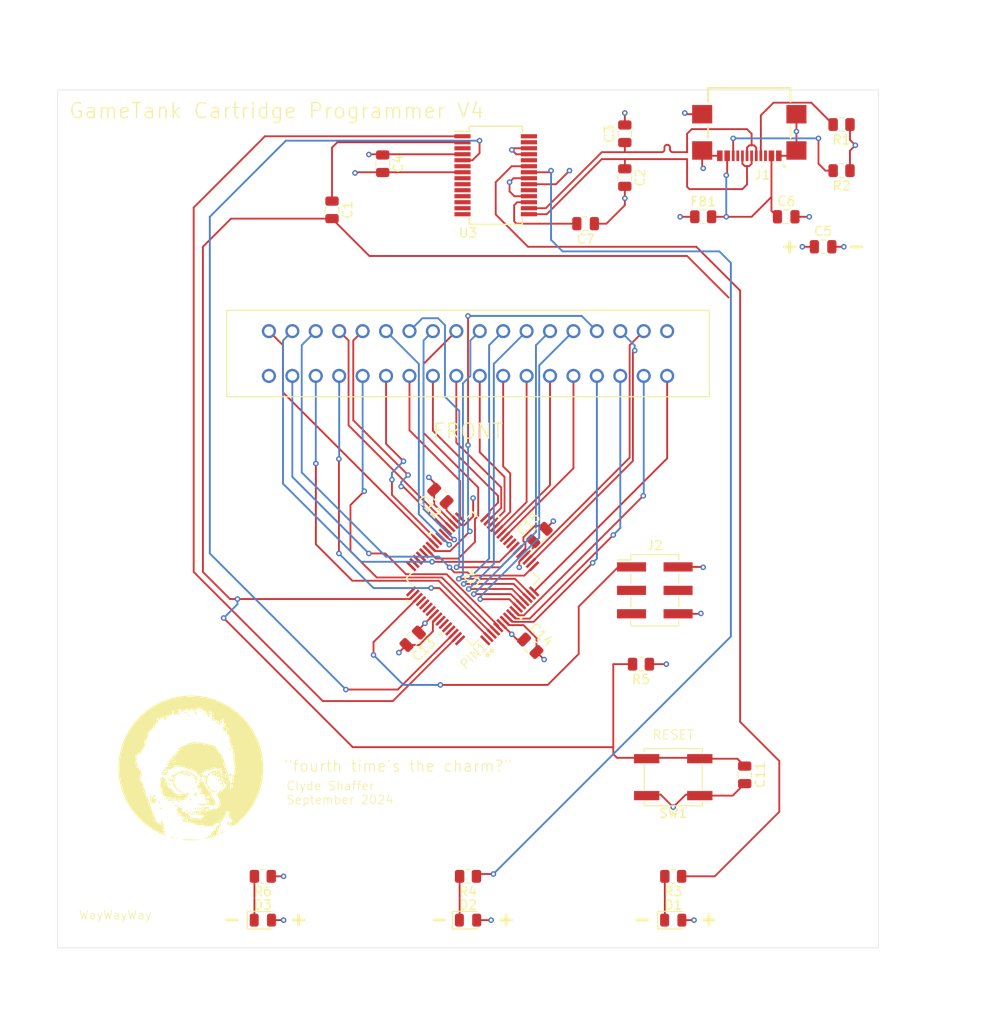
<source format=kicad_pcb>
(kicad_pcb (version 20221018) (generator pcbnew)
  (layers (0 "F.Cu" signal) (1 "In1.Cu" signal) (2 "In2.Cu" signal) (31 "B.Cu" signal) (34 "B.Paste" user) (35 "F.Paste" user) (36 "B.SilkS" user "B.Silkscreen") (37 "F.SilkS" user "F.Silkscreen") (38 "B.Mask" user) (39 "F.Mask" user) (44 "Edge.Cuts" user))
  (net 0 "")
  (net 1 "/~{cartRESET}")
  (net 2 "/READY")
  (net 3 "/A14")
  (net 4 "/D3")
  (net 5 "/D4")
  (net 6 "/D5")
  (net 7 "/D6")
  (net 8 "/D7")
  (net 9 "/~{CS}")
  (net 10 "/A10")
  (net 11 "/~{OE}")
  (net 12 "/A11")
  (net 13 "/A9")
  (net 14 "/A8")
  (net 15 "/~{IRQ}")
  (net 16 "/~{WE}")
  (net 17 "/A13")
  (net 18 "/CLK")
  (net 19 "/D2")
  (net 20 "/D1")
  (net 21 "/D0")
  (net 22 "/A0")
  (net 23 "/A1")
  (net 24 "/A2")
  (net 25 "/A3")
  (net 26 "/A4")
  (net 27 "/A5")
  (net 28 "/A6")
  (net 29 "/A7")
  (net 30 "/A12")
  (net 31 "/SCK")
  (net 32 "/MOSI")
  (net 33 "/MISO")
  (net 34 "/SS")
  (net 35 "/UPDI")
  (net 57 "/DTR")
  (net 58 "/~{mcuRESET}")
  (net 59 "GND")
  (net 60 "VCC")
  (net 61 "Net-(C6-Pad1)")
  (net 62 "Net-(U3-3V3OUT)")
  (net 63 "Net-(D1-K)")
  (net 64 "Net-(D2-K)")
  (net 65 "Net-(D3-K)")
  (net 66 "Net-(J1-CC1)")
  (net 68 "Net-(J1-CC2)")
  (net 70 "/fromHOST")
  (net 71 "/toHOST")
  (net 83 "/usbD+")
  (net 84 "/usbD-")
  (net 85 "/txl")
  (net 86 "/rxl")
  (footprint "LED_SMD:LED_0805_2012Metric" (layer "F.Cu") (at 122.25 150)
    (fp_text reference "D3")
    (fp_text value "PwrLED")
  )
  (footprint "Package_SO:SSOP-28_5.3x10.2mm_P0.65mm" (layer "F.Cu") (at 147.5 69.25)
    (fp_text reference "U3")
    (fp_text value "FT232RL")
  )
  (footprint "Resistor_SMD:R_0805_2012Metric" (layer "F.Cu") (at 170 73.75)
    (fp_text reference "FB1")
    (fp_text value "FerriteBead")
  )
  (footprint "Resistor_SMD:R_0805_2012Metric" (layer "F.Cu") (at 144.5 145.25 180)
    (fp_text reference "R4")
    (fp_text value "270")
  )
  (footprint "Capacitor_SMD:C_0805_2012Metric" (layer "F.Cu") (at 141.5 104 135)
    (fp_text reference "C12")
    (fp_text value "0.1uF")
  )
  (footprint "Resistor_SMD:R_0805_2012Metric" (layer "F.Cu") (at 185 63.75 180)
    (fp_text reference "R1")
    (fp_text value "5k1")
  )
  (footprint "MegaProgrammer:SLOT36" (layer "F.Cu") (at 144.5 91)
    (fp_text reference "U$1" hide)
    (fp_text value "GT_CART3GT_SLOT" hide)
  )
  (footprint "Capacitor_SMD:C_0805_2012Metric" (layer "F.Cu") (at 179 73.75)
    (fp_text reference "C6")
    (fp_text value "10nF")
  )
  (footprint "Capacitor_SMD:C_0805_2012Metric" (layer "F.Cu") (at 152.25 108.25 45)
    (fp_text reference "C15")
    (fp_text value "0.1uF")
  )
  (footprint "Connector_PinHeader_2.54mm:PinHeader_2x03_P2.54mm_Vertical_SMD" (layer "F.Cu") (at 164.75 114.25)
    (fp_text reference "J2")
    (fp_text value "ICSP")
  )
  (footprint "Resistor_SMD:R_0805_2012Metric" (layer "F.Cu") (at 185 68.75 180)
    (fp_text reference "R2")
    (fp_text value "5k1")
  )
  (footprint "Capacitor_SMD:C_0805_2012Metric" (layer "F.Cu") (at 151.25 120.25 -45)
    (fp_text reference "C14")
    (fp_text value "0.1uF")
  )
  (footprint "MegaProgrammer:GCT_USB4110GFA" (layer "F.Cu") (at 175 66.0625 180)
    (fp_text reference "J1")
    (fp_text value "USB_C_Receptacle_USB2.0" hide)
  )
  (footprint "MegaProgrammer:LogoSeal_neg" (layer "F.Cu") (at 114.5 133.5)
    (fp_text reference "G***" hide)
    (fp_text value "LOGO" hide)
  )
  (footprint "Capacitor_SMD:C_0805_2012Metric" (layer "F.Cu") (at 129.75 73 -90)
    (fp_text reference "C1")
    (fp_text value "0.1uF")
  )
  (footprint "MountingHole:MountingHole_3.2mm_M3" (layer "F.Cu") (at 179 106.5)
    (fp_text reference "H1" hide)
    (fp_text value "MountingHole" hide)
  )
  (footprint "Capacitor_SMD:C_0805_2012Metric" (layer "F.Cu") (at 161.5 69.5 -90)
    (fp_text reference "C2")
    (fp_text value "47pF")
  )
  (footprint "Resistor_SMD:R_0805_2012Metric" (layer "F.Cu") (at 166.75 145.25 180)
    (fp_text reference "R3")
    (fp_text value "270")
  )
  (footprint "Capacitor_SMD:C_0805_2012Metric" (layer "F.Cu") (at 135.25 68 -90)
    (fp_text reference "C4")
    (fp_text value "0.1uF")
  )
  (footprint "LED_SMD:LED_0805_2012Metric" (layer "F.Cu") (at 166.75 150)
    (fp_text reference "D1")
    (fp_text value "TxLED")
  )
  (footprint "Capacitor_SMD:C_0805_2012Metric" (layer "F.Cu") (at 161.5 64.75 90)
    (fp_text reference "C3")
    (fp_text value "47pF")
  )
  (footprint "MegaProgrammer:TQFP64_PT_MCH" (layer "F.Cu") (at 145 113 135)
    (fp_text reference "U2")
    (fp_text value "AVR64DA64-I/PT")
  )
  (footprint "LED_SMD:LED_0805_2012Metric" (layer "F.Cu") (at 144.5 150)
    (fp_text reference "D2")
    (fp_text value "RxLED")
  )
  (footprint "Capacitor_SMD:C_0805_2012Metric" (layer "F.Cu") (at 157.25 74.5 180)
    (fp_text reference "C7")
    (fp_text value "0.1uF")
  )
  (footprint "Resistor_SMD:R_0805_2012Metric" (layer "F.Cu") (at 163.25 122.25 180)
    (fp_text reference "R5")
    (fp_text value "10k")
  )
  (footprint "Capacitor_SMD:C_0805_2012Metric" (layer "F.Cu") (at 183 77)
    (fp_text reference "C5")
    (fp_text value "4.7uF")
  )
  (footprint "Resistor_SMD:R_0805_2012Metric" (layer "F.Cu") (at 122.25 145.25 180)
    (fp_text reference "R6")
    (fp_text value "270")
  )
  (footprint "MountingHole:MountingHole_3.2mm_M3" (layer "F.Cu") (at 110 106.5)
    (fp_text reference "H2" hide)
    (fp_text value "MountingHole" hide)
  )
  (footprint "Button_Switch_SMD:SW_SPST_EVPBF" (layer "F.Cu") (at 166.75 134.5 180)
    (fp_text reference "SW1")
    (fp_text value "SW_Push" hide)
  )
  (footprint "Capacitor_SMD:C_0805_2012Metric" (layer "F.Cu") (at 174.5 134.25 -90)
    (fp_text reference "C11")
    (fp_text value "22pF")
  )
  (footprint "Capacitor_SMD:C_0805_2012Metric" (layer "F.Cu") (at 138.5 119.5 -135)
    (fp_text reference "C13")
    (fp_text value "0.1uF")
  )
  (gr_rect (start 100 60) (end 189 153) (stroke (width 0.05)) (fill none) (layer "Edge.Cuts"))
  (gr_text "Clyde Shaffer\nSeptember 2024" (at 124.75 137.5) (layer "F.SilkS") (effects (font (size 0.93472 0.93472) (thickness 0.08128)) (justify left bottom)))
  (gr_text "PIN1" (at 144.25 123 45) (layer "F.SilkS") (effects (font (size 1 1) (thickness 0.1)) (justify left bottom)))
  (gr_text "GameTank Cartridge Programmer V4\n" (at 123.75 62.25) (layer "F.SilkS") (effects (font (size 1.63576 1.63576) (thickness 0.14224))))
  (gr_text "+" (at 171.75 150.75) (layer "F.SilkS") (effects (font (size 1.5 1.5) (thickness 0.3) bold) (justify left bottom mirror)))
  (gr_text "-" (at 142.5 150.75) (layer "F.SilkS") (effects (font (size 1.5 1.5) (thickness 0.3) bold) (justify left bottom mirror)))
  (gr_text "FRONT" (at 144.5 97) (layer "F.SilkS") (effects (font (size 1.63576 1.63576) (thickness 0.14224))))
  (gr_text "+" (at 127.25 150.75) (layer "F.SilkS") (effects (font (size 1.5 1.5) (thickness 0.3) bold) (justify left bottom mirror)))
  (gr_text "{dblquote}fourth time's the charm?{dblquote}" (at 124.5 134) (layer "F.SilkS") (effects (font (size 1.2 1.2) (thickness 0.1)) (justify left bottom)))
  (gr_text "-" (at 185.5 76.25 180) (layer "F.SilkS") (effects (font (size 1.5 1.5) (thickness 0.3) bold) (justify left bottom mirror)))
  (gr_text "+" (at 178.25 76.25 180) (layer "F.SilkS") (effects (font (size 1.5 1.5) (thickness 0.3) bold) (justify left bottom mirror)))
  (gr_text "-" (at 120 150.75) (layer "F.SilkS") (effects (font (size 1.5 1.5) (thickness 0.3) bold) (justify left bottom mirror)))
  (gr_text "-" (at 164.5 150.75) (layer "F.SilkS") (effects (font (size 1.5 1.5) (thickness 0.3) bold) (justify left bottom mirror)))
  (gr_text "RESET" (at 166.75 130.5) (layer "F.SilkS") (effects (font (size 1 1) (thickness 0.1)) (justify bottom)))
  (gr_text "WayWayWay" (at 102.25 150) (layer "F.SilkS") (effects (font (size 0.93472 0.93472) (thickness 0.08128)) (justify left bottom)))
  (gr_text "+" (at 149.75 150.75) (layer "F.SilkS") (effects (font (size 1.5 1.5) (thickness 0.3) bold) (justify left bottom mirror)))
  (segment (start 162.0244 99.864687) (end 162.0244 87.6742) (width 0.2) (layer "F.Cu") (net 1))
  (segment (start 162.0244 87.6742) (end 163.55 86.1486) (width 0.2) (layer "F.Cu") (net 1))
  (segment (start 150.958718 110.930369) (end 162.0244 99.864687) (width 0.2) (layer "F.Cu") (net 1))
  (segment (start 162.3768 100.219395) (end 162.3768 88.4495) (width 0.2) (layer "F.Cu") (net 2))
  (segment (start 162.3768 88.4495) (end 162.5763 88.25) (width 0.2) (layer "F.Cu") (net 2))
  (segment (start 151.312272 111.283923) (end 162.3768 100.219395) (width 0.2) (layer "F.Cu") (net 2))
  (via (at 162.5763 88.25) (size 0.6) (drill 0.3) (layers "F.Cu" "B.Cu") (net 2))
  (segment (start 162.5763 87.7149) (end 161.01 86.1486) (width 0.2) (layer "B.Cu") (net 2))
  (segment (start 162.5763 88.25) (end 162.5763 87.7149) (width 0.2) (layer "B.Cu") (net 2))
  (segment (start 140.929077 109.989738) (end 140.455495 109.516156) (width 0.2) (layer "F.Cu") (net 3))
  (segment (start 142.557667 109.989738) (end 140.929077 109.989738) (width 0.2) (layer "F.Cu") (net 3))
  (segment (start 144.5 88.295421) (end 144.5 98.5) (width 0.2) (layer "F.Cu") (net 3))
  (segment (start 144.5 84.5) (end 144.5 88.295421) (width 0.2) (layer "F.Cu") (net 3))
  (segment (start 144.6981 107.849305) (end 142.557667 109.989738) (width 0.2) (layer "F.Cu") (net 3))
  (via (at 144.5 84.5) (size 0.6) (drill 0.3) (layers "F.Cu" "B.Cu") (net 3))
  (via (at 144.6981 107.849305) (size 0.6) (drill 0.3) (layers "F.Cu" "B.Cu") (net 3))
  (via (at 144.5 98.5) (size 0.6) (drill 0.3) (layers "F.Cu" "B.Cu") (net 3))
  (segment (start 144.5 98.5) (end 144.5 107.651205) (width 0.2) (layer "B.Cu") (net 3))
  (segment (start 156.8214 84.5) (end 144.5 84.5) (width 0.2) (layer "B.Cu") (net 3))
  (segment (start 158.47 86.1486) (end 156.8214 84.5) (width 0.2) (layer "B.Cu") (net 3))
  (segment (start 144.5 107.651205) (end 144.6981 107.849305) (width 0.2) (layer "B.Cu") (net 3))
  (segment (start 148.975367 115.2076) (end 145.817537 115.2076) (width 0.2) (layer "F.Cu") (net 4))
  (segment (start 149.898058 116.130291) (end 148.975367 115.2076) (width 0.2) (layer "F.Cu") (net 4))
  (via (at 145.817537 115.2076) (size 0.6) (drill 0.3) (layers "F.Cu" "B.Cu") (net 4))
  (segment (start 145.817537 114.932463) (end 152.2168 108.5332) (width 0.2) (layer "B.Cu") (net 4))
  (segment (start 145.817537 115.2076) (end 145.817537 114.932463) (width 0.2) (layer "B.Cu") (net 4))
  (segment (start 152.2168 108.5332) (end 152.2168 89.8618) (width 0.2) (layer "B.Cu") (net 4))
  (segment (start 152.2168 89.8618) (end 155.93 86.1486) (width 0.2) (layer "B.Cu") (net 4))
  (segment (start 149.130573 114.6557) (end 145.125885 114.6557) (width 0.2) (layer "F.Cu") (net 5))
  (segment (start 150.251611 115.776738) (end 149.130573 114.6557) (width 0.2) (layer "F.Cu") (net 5))
  (via (at 145.125885 114.6557) (size 0.6) (drill 0.3) (layers "F.Cu" "B.Cu") (net 5))
  (segment (start 145.125885 114.6557) (end 151.8644 107.917185) (width 0.2) (layer "B.Cu") (net 5))
  (segment (start 151.8644 107.917185) (end 151.8644 87.6742) (width 0.2) (layer "B.Cu") (net 5))
  (segment (start 151.8644 87.6742) (end 153.39 86.1486) (width 0.2) (layer "B.Cu") (net 5))
  (segment (start 149.285781 114.1038) (end 144.574952 114.1038) (width 0.2) (layer "F.Cu") (net 6))
  (segment (start 150.605165 115.423184) (end 149.285781 114.1038) (width 0.2) (layer "F.Cu") (net 6))
  (via (at 144.574952 114.1038) (size 0.6) (drill 0.3) (layers "F.Cu" "B.Cu") (net 6))
  (segment (start 147.2956 89.703) (end 150.85 86.1486) (width 0.2) (layer "B.Cu") (net 6))
  (segment (start 144.574952 114.1038) (end 147.2956 111.383152) (width 0.2) (layer "B.Cu") (net 6))
  (segment (start 147.2956 111.383152) (end 147.2956 89.703) (width 0.2) (layer "B.Cu") (net 6))
  (segment (start 149.440987 113.5519) (end 144.031675 113.5519) (width 0.2) (layer "F.Cu") (net 7))
  (segment (start 150.958718 115.069631) (end 149.440987 113.5519) (width 0.2) (layer "F.Cu") (net 7))
  (via (at 144.031675 113.5519) (size 0.6) (drill 0.3) (layers "F.Cu" "B.Cu") (net 7))
  (segment (start 144.031675 113.5519) (end 146.7844 110.799175) (width 0.2) (layer "B.Cu") (net 7))
  (segment (start 146.7844 110.799175) (end 146.7844 87.6742) (width 0.2) (layer "B.Cu") (net 7))
  (segment (start 146.7844 87.6742) (end 148.31 86.1486) (width 0.2) (layer "B.Cu") (net 7))
  (segment (start 149.596195 113) (end 143.5 113) (width 0.2) (layer "F.Cu") (net 8))
  (segment (start 151.312272 114.716077) (end 149.596195 113) (width 0.2) (layer "F.Cu") (net 8))
  (via (at 143.5 113) (size 0.6) (drill 0.3) (layers "F.Cu" "B.Cu") (net 8))
  (segment (start 143.9476 112.5524) (end 143.9476 91.8024) (width 0.2) (layer "B.Cu") (net 8))
  (segment (start 143.9476 91.8024) (end 144.7556 90.9944) (width 0.2) (layer "B.Cu") (net 8))
  (segment (start 144.7556 87.163) (end 145.77 86.1486) (width 0.2) (layer "B.Cu") (net 8))
  (segment (start 144.7556 90.9944) (end 144.7556 87.163) (width 0.2) (layer "B.Cu") (net 8))
  (segment (start 143.5 113) (end 143.9476 112.5524) (width 0.2) (layer "B.Cu") (net 8))
  (segment (start 145.25 106.528874) (end 145.6043 106.174574) (width 0.2) (layer "F.Cu") (net 9))
  (segment (start 139.6756 89.703) (end 143.23 86.1486) (width 0.2) (layer "F.Cu") (net 9))
  (segment (start 145.6043 103.103484) (end 139.6756 97.174784) (width 0.2) (layer "F.Cu") (net 9))
  (segment (start 145.6043 106.174574) (end 145.6043 103.103484) (width 0.2) (layer "F.Cu") (net 9))
  (segment (start 139.6756 97.174784) (end 139.6756 89.703) (width 0.2) (layer "F.Cu") (net 9))
  (segment (start 140.101942 109.869709) (end 141.034633 110.8024) (width 0.2) (layer "F.Cu") (net 9))
  (segment (start 141.034633 110.8024) (end 143.4476 110.8024) (width 0.2) (layer "F.Cu") (net 9))
  (segment (start 143.4476 110.8024) (end 145.25 109) (width 0.2) (layer "F.Cu") (net 9))
  (segment (start 145.25 109) (end 145.25 106.528874) (width 0.2) (layer "F.Cu") (net 9))
  (segment (start 141.869709 108.101942) (end 142.517767 108.75) (width 0.2) (layer "F.Cu") (net 10))
  (segment (start 142.517767 108.75) (end 143 108.75) (width 0.2) (layer "F.Cu") (net 10))
  (via (at 143 108.75) (size 0.6) (drill 0.3) (layers "F.Cu" "B.Cu") (net 10))
  (segment (start 143 108.75) (end 139.6756 105.4256) (width 0.2) (layer "B.Cu") (net 10))
  (segment (start 139.6756 87.163) (end 140.69 86.1486) (width 0.2) (layer "B.Cu") (net 10))
  (segment (start 139.6756 105.4256) (end 139.6756 87.163) (width 0.2) (layer "B.Cu") (net 10))
  (segment (start 149.898058 109.869709) (end 148.017767 111.75) (width 0.2) (layer "F.Cu") (net 11))
  (segment (start 148.017767 111.75) (end 143.25 111.75) (width 0.2) (layer "F.Cu") (net 11))
  (via (at 143.25 111.75) (size 0.6) (drill 0.3) (layers "F.Cu" "B.Cu") (net 11))
  (segment (start 139.5486 84.75) (end 138.15 86.1486) (width 0.2) (layer "B.Cu") (net 11))
  (segment (start 142 85.5) (end 141.25 84.75) (width 0.2) (layer "B.Cu") (net 11))
  (segment (start 143.5524 94.8024) (end 142 93.25) (width 0.2) (layer "B.Cu") (net 11))
  (segment (start 141.25 84.75) (end 139.5486 84.75) (width 0.2) (layer "B.Cu") (net 11))
  (segment (start 143.5524 111.4476) (end 143.5524 94.8024) (width 0.2) (layer "B.Cu") (net 11))
  (segment (start 142 93.25) (end 142 85.5) (width 0.2) (layer "B.Cu") (net 11))
  (segment (start 143.25 111.75) (end 143.5524 111.4476) (width 0.2) (layer "B.Cu") (net 11))
  (segment (start 141.516156 108.455495) (end 141.62263 108.455495) (width 0.2) (layer "F.Cu") (net 12))
  (segment (start 141.62263 108.455495) (end 142.466664 109.299529) (width 0.2) (layer "F.Cu") (net 12))
  (via (at 142.466664 109.299529) (size 0.6) (drill 0.3) (layers "F.Cu" "B.Cu") (net 12))
  (segment (start 139.1644 89.703) (end 135.61 86.1486) (width 0.2) (layer "B.Cu") (net 12))
  (segment (start 142.466664 109.299529) (end 139.1644 105.997265) (width 0.2) (layer "B.Cu") (net 12))
  (segment (start 139.1644 105.997265) (end 139.1644 89.703) (width 0.2) (layer "B.Cu") (net 12))
  (segment (start 132.0556 87.163) (end 133.07 86.1486) (width 0.2) (layer "F.Cu") (net 13))
  (segment (start 138 101.75) (end 132.0556 95.8056) (width 0.2) (layer "F.Cu") (net 13))
  (segment (start 142.223262 107.748389) (end 137.474873 103) (width 0.2) (layer "F.Cu") (net 13))
  (segment (start 132.0556 95.8056) (end 132.0556 87.163) (width 0.2) (layer "F.Cu") (net 13))
  (segment (start 137.474873 103) (end 137.25 103) (width 0.2) (layer "F.Cu") (net 13))
  (via (at 137.25 103) (size 0.6) (drill 0.3) (layers "F.Cu" "B.Cu") (net 13))
  (via (at 138 101.75) (size 0.6) (drill 0.3) (layers "F.Cu" "B.Cu") (net 13))
  (segment (start 137.25 103) (end 137.25 102.5) (width 0.2) (layer "B.Cu") (net 13))
  (segment (start 137.25 102.5) (end 138 101.75) (width 0.2) (layer "B.Cu") (net 13))
  (segment (start 142.576816 107.394835) (end 131.5444 96.362419) (width 0.2) (layer "F.Cu") (net 14))
  (segment (start 131.5444 87.163) (end 130.53 86.1486) (width 0.2) (layer "F.Cu") (net 14))
  (segment (start 131.5444 96.362419) (end 131.5444 87.163) (width 0.2) (layer "F.Cu") (net 14))
  (segment (start 144.4476 112.3024) (end 144.7928 112.6476) (width 0.2) (layer "F.Cu") (net 15))
  (segment (start 144.7928 112.6476) (end 150.6024 112.6476) (width 0.2) (layer "F.Cu") (net 15))
  (segment (start 142.498097 111.75) (end 142.498097 111.779309) (width 0.2) (layer "F.Cu") (net 15))
  (segment (start 151.612524 111.637476) (end 151.665825 111.637476) (width 0.2) (layer "F.Cu") (net 15))
  (segment (start 142.498097 111.779309) (end 143.021188 112.3024) (width 0.2) (layer "F.Cu") (net 15))
  (segment (start 143.021188 112.3024) (end 144.4476 112.3024) (width 0.2) (layer "F.Cu") (net 15))
  (segment (start 150.6024 112.6476) (end 151.612524 111.637476) (width 0.2) (layer "F.Cu") (net 15))
  (via (at 142.498097 111.75) (size 0.6) (drill 0.3) (layers "F.Cu" "B.Cu") (net 15))
  (segment (start 135.596736 110.596736) (end 141.344833 110.596736) (width 0.2) (layer "B.Cu") (net 15))
  (segment (start 127.99 86.1486) (end 126.4644 87.6742) (width 0.2) (layer "B.Cu") (net 15))
  (segment (start 126.4644 87.6742) (end 126.4644 101.4644) (width 0.2) (layer "B.Cu") (net 15))
  (segment (start 126.4644 101.4644) (end 135.596736 110.596736) (width 0.2) (layer "B.Cu") (net 15))
  (segment (start 141.344833 110.596736) (end 142.498097 111.75) (width 0.2) (layer "B.Cu") (net 15))
  (segment (start 149.544505 109.516156) (end 147.905861 111.1548) (width 0.2) (layer "F.Cu") (net 16))
  (segment (start 147.905861 111.1548) (end 140.606528 111.1548) (width 0.2) (layer "F.Cu") (net 16))
  (segment (start 140.606528 111.1548) (end 140.600864 111.149136) (width 0.2) (layer "F.Cu") (net 16))
  (via (at 140.600864 111.149136) (size 0.6) (drill 0.3) (layers "F.Cu" "B.Cu") (net 16))
  (segment (start 124.4356 87.163) (end 125.45 86.1486) (width 0.2) (layer "B.Cu") (net 16))
  (segment (start 124.4356 102.6856) (end 124.4356 87.163) (width 0.2) (layer "B.Cu") (net 16))
  (segment (start 140.600864 111.149136) (end 132.899136 111.149136) (width 0.2) (layer "B.Cu") (net 16))
  (segment (start 132.899136 111.149136) (end 124.4356 102.6856) (width 0.2) (layer "B.Cu") (net 16))
  (segment (start 124.4356 87.6742) (end 122.91 86.1486) (width 0.2) (layer "F.Cu") (net 17))
  (segment (start 124.4356 92.789153) (end 124.4356 87.6742) (width 0.2) (layer "F.Cu") (net 17))
  (segment (start 140.809049 109.162602) (end 124.4356 92.789153) (width 0.2) (layer "F.Cu") (net 17))
  (segment (start 166.09 99.938349) (end 166.09 91) (width 0.2) (layer "F.Cu") (net 18))
  (segment (start 151.665825 114.362524) (end 166.09 99.938349) (width 0.2) (layer "F.Cu") (net 18))
  (segment (start 149.544505 116.483844) (end 150.018088 116.957427) (width 0.2) (layer "F.Cu") (net 19))
  (segment (start 150.018088 116.957427) (end 150.542573 116.957427) (width 0.2) (layer "F.Cu") (net 19))
  (segment (start 150.542573 116.957427) (end 163.5 104) (width 0.2) (layer "F.Cu") (net 19))
  (via (at 163.5 104) (size 0.6) (drill 0.3) (layers "F.Cu" "B.Cu") (net 19))
  (segment (start 163.55 103.95) (end 163.55 91) (width 0.2) (layer "B.Cu") (net 19))
  (segment (start 163.5 104) (end 163.55 103.95) (width 0.2) (layer "B.Cu") (net 19))
  (segment (start 151.18902 117.31098) (end 160.25 108.25) (width 0.2) (layer "F.Cu") (net 20))
  (segment (start 149.190951 116.837398) (end 149.664533 117.31098) (width 0.2) (layer "F.Cu") (net 20))
  (segment (start 149.664533 117.31098) (end 151.18902 117.31098) (width 0.2) (layer "F.Cu") (net 20))
  (via (at 160.25 108.25) (size 0.6) (drill 0.3) (layers "F.Cu" "B.Cu") (net 20))
  (segment (start 161.01 107.49) (end 161.01 91) (width 0.2) (layer "B.Cu") (net 20))
  (segment (start 160.25 108.25) (end 161.01 107.49) (width 0.2) (layer "B.Cu") (net 20))
  (segment (start 149.310981 117.664534) (end 151.615972 117.664534) (width 0.2) (layer "F.Cu") (net 21))
  (segment (start 151.615972 117.664534) (end 158.015253 111.265253) (width 0.2) (layer "F.Cu") (net 21))
  (segment (start 148.837398 117.190951) (end 149.310981 117.664534) (width 0.2) (layer "F.Cu") (net 21))
  (via (at 158.015253 111.265253) (size 0.6) (drill 0.3) (layers "F.Cu" "B.Cu") (net 21))
  (segment (start 158.47 110.810506) (end 158.47 91) (width 0.2) (layer "B.Cu") (net 21))
  (segment (start 158.015253 111.265253) (end 158.47 110.810506) (width 0.2) (layer "B.Cu") (net 21))
  (segment (start 148.483844 108.455495) (end 155.93 101.009339) (width 0.2) (layer "F.Cu") (net 22))
  (segment (start 155.93 101.009339) (end 155.93 91) (width 0.2) (layer "F.Cu") (net 22))
  (segment (start 148.130291 108.101942) (end 153.39 102.842233) (width 0.2) (layer "F.Cu") (net 23))
  (segment (start 153.39 102.842233) (end 153.39 91) (width 0.2) (layer "F.Cu") (net 23))
  (segment (start 147.776738 107.748389) (end 150.85 104.675127) (width 0.2) (layer "F.Cu") (net 24))
  (segment (start 150.85 104.675127) (end 150.85 91) (width 0.2) (layer "F.Cu") (net 24))
  (segment (start 149.071999 101.571999) (end 149.071999 105.74602) (width 0.2) (layer "F.Cu") (net 25))
  (segment (start 148.31 91) (end 148.31 100.81) (width 0.2) (layer "F.Cu") (net 25))
  (segment (start 149.071999 105.74602) (end 147.423184 107.394835) (width 0.2) (layer "F.Cu") (net 25))
  (segment (start 148.31 100.81) (end 149.071999 101.571999) (width 0.2) (layer "F.Cu") (net 25))
  (segment (start 148.4548 101.9548) (end 145.77 99.27) (width 0.2) (layer "F.Cu") (net 26))
  (segment (start 148.4548 105.656113) (end 148.4548 101.9548) (width 0.2) (layer "F.Cu") (net 26))
  (segment (start 145.77 99.27) (end 145.77 91) (width 0.2) (layer "F.Cu") (net 26))
  (segment (start 147.069631 107.041282) (end 148.4548 105.656113) (width 0.2) (layer "F.Cu") (net 26))
  (segment (start 148.1024 103.1024) (end 143.23 98.23) (width 0.2) (layer "F.Cu") (net 27))
  (segment (start 146.716077 106.687728) (end 148.1024 105.301405) (width 0.2) (layer "F.Cu") (net 27))
  (segment (start 143.23 98.23) (end 143.23 91) (width 0.2) (layer "F.Cu") (net 27))
  (segment (start 148.1024 105.301405) (end 148.1024 103.1024) (width 0.2) (layer "F.Cu") (net 27))
  (segment (start 146.362524 106.334175) (end 146.836107 105.860592) (width 0.2) (layer "F.Cu") (net 28))
  (segment (start 146.836107 105.663893) (end 147.75 104.75) (width 0.2) (layer "F.Cu") (net 28))
  (segment (start 140.69 96.94) (end 140.69 91) (width 0.2) (layer "F.Cu") (net 28))
  (segment (start 147.75 104) (end 140.69 96.94) (width 0.2) (layer "F.Cu") (net 28))
  (segment (start 147.75 104.75) (end 147.75 104) (width 0.2) (layer "F.Cu") (net 28))
  (segment (start 146.836107 105.860592) (end 146.836107 105.663893) (width 0.2) (layer "F.Cu") (net 28))
  (segment (start 143.637476 106.334175) (end 143.637476 102.387476) (width 0.2) (layer "F.Cu") (net 29))
  (segment (start 143.637476 102.387476) (end 138.15 96.9) (width 0.2) (layer "F.Cu") (net 29))
  (segment (start 138.15 96.9) (end 138.15 91) (width 0.2) (layer "F.Cu") (net 29))
  (segment (start 136.25 103.896447) (end 136.25 102.25) (width 0.2) (layer "F.Cu") (net 30))
  (segment (start 135.61 98.36) (end 135.61 91) (width 0.2) (layer "F.Cu") (net 30))
  (segment (start 141.162602 108.809049) (end 136.25 103.896447) (width 0.2) (layer "F.Cu") (net 30))
  (segment (start 137.5 100.25) (end 135.61 98.36) (width 0.2) (layer "F.Cu") (net 30))
  (via (at 136.25 102.25) (size 0.6) (drill 0.3) (layers "F.Cu" "B.Cu") (net 30))
  (via (at 137.5 100.25) (size 0.6) (drill 0.3) (layers "F.Cu" "B.Cu") (net 30))
  (segment (start 136.25 101.5) (end 137.5 100.25) (width 0.2) (layer "B.Cu") (net 30))
  (segment (start 136.25 102.25) (end 136.25 101.5) (width 0.2) (layer "B.Cu") (net 30))
  (segment (start 141.670419 112.8524) (end 134.6024 112.8524) (width 0.2) (layer "F.Cu") (net 31))
  (segment (start 147.423184 118.605165) (end 141.670419 112.8524) (width 0.2) (layer "F.Cu") (net 31))
  (segment (start 131.75 105) (end 133.25 103.5) (width 0.2) (layer "F.Cu") (net 31))
  (segment (start 134.6024 112.8524) (end 131.75 110) (width 0.2) (layer "F.Cu") (net 31))
  (segment (start 131.75 110) (end 131.75 105) (width 0.2) (layer "F.Cu") (net 31))
  (via (at 133.25 103.5) (size 0.6) (drill 0.3) (layers "F.Cu" "B.Cu") (net 31))
  (segment (start 133.07 103.32) (end 133.07 91) (width 0.2) (layer "B.Cu") (net 31))
  (segment (start 133.25 103.5) (end 133.07 103.32) (width 0.2) (layer "B.Cu") (net 31))
  (segment (start 146.716077 119.312272) (end 141.403805 114) (width 0.2) (layer "F.Cu") (net 32))
  (segment (start 141.403805 114) (end 140.5 114) (width 0.2) (layer "F.Cu") (net 32))
  (segment (start 130.5 110.25) (end 130.5 100) (width 0.2) (layer "F.Cu") (net 32))
  (via (at 140.5 114) (size 0.6) (drill 0.3) (layers "F.Cu" "B.Cu") (net 32))
  (via (at 130.5 110.25) (size 0.6) (drill 0.3) (layers "F.Cu" "B.Cu") (net 32))
  (via (at 130.5 100) (size 0.6) (drill 0.3) (layers "F.Cu" "B.Cu") (net 32))
  (segment (start 130.53 99.97) (end 130.53 91) (width 0.2) (layer "B.Cu") (net 32))
  (segment (start 134.25 114) (end 130.5 110.25) (width 0.2) (layer "B.Cu") (net 32))
  (segment (start 130.5 100) (end 130.53 99.97) (width 0.2) (layer "B.Cu") (net 32))
  (segment (start 140.5 114) (end 134.25 114) (width 0.2) (layer "B.Cu") (net 32))
  (segment (start 147.069631 118.958718) (end 141.315713 113.2048) (width 0.2) (layer "F.Cu") (net 33))
  (segment (start 128 109.25) (end 128 100.5) (width 0.2) (layer "F.Cu") (net 33))
  (segment (start 131.9548 113.2048) (end 128 109.25) (width 0.2) (layer "F.Cu") (net 33))
  (segment (start 141.315713 113.2048) (end 131.9548 113.2048) (width 0.2) (layer "F.Cu") (net 33))
  (via (at 128 100.5) (size 0.6) (drill 0.3) (layers "F.Cu" "B.Cu") (net 33))
  (segment (start 127.99 100.49) (end 127.99 91) (width 0.2) (layer "B.Cu") (net 33))
  (segment (start 128 100.5) (end 127.99 100.49) (width 0.2) (layer "B.Cu") (net 33))
  (segment (start 137.75 112.469495) (end 137.75 112.5) (width 0.2) (layer "F.Cu") (net 34))
  (segment (start 133.75 110.25) (end 135.530505 110.25) (width 0.2) (layer "F.Cu") (net 34))
  (segment (start 135.530505 110.25) (end 137.75 112.469495) (width 0.2) (layer "F.Cu") (net 34))
  (segment (start 147.776738 118.099019) (end 147.776738 118.251611) (width 0.2) (layer "F.Cu") (net 34))
  (segment (start 137.75 112.5) (end 142.177719 112.5) (width 0.2) (layer "F.Cu") (net 34))
  (segment (start 142.177719 112.5) (end 147.776738 118.099019) (width 0.2) (layer "F.Cu") (net 34))
  (via (at 133.75 110.25) (size 0.6) (drill 0.3) (layers "F.Cu" "B.Cu") (net 34))
  (segment (start 125.45 91) (end 125.45 101.95) (width 0.2) (layer "B.Cu") (net 34))
  (segment (start 125.45 101.95) (end 133.75 110.25) (width 0.2) (layer "B.Cu") (net 34))
  (segment (start 156.5 121.140606) (end 153.140606 124.5) (width 0.2) (layer "F.Cu") (net 35))
  (segment (start 134.25 119.860913) (end 139.041282 115.069631) (width 0.2) (layer "F.Cu") (net 35))
  (segment (start 153.140606 124.5) (end 141.5 124.5) (width 0.2) (layer "F.Cu") (net 35))
  (segment (start 162.225 111.71) (end 160.79 111.71) (width 0.2) (layer "F.Cu") (net 35))
  (segment (start 134.25 121.25) (end 134.25 119.860913) (width 0.2) (layer "F.Cu") (net 35))
  (segment (start 156.5 116) (end 156.5 121.140606) (width 0.2) (layer "F.Cu") (net 35))
  (segment (start 160.79 111.71) (end 156.5 116) (width 0.2) (layer "F.Cu") (net 35))
  (via (at 134.25 121.25) (size 0.6) (drill 0.3) (layers "F.Cu" "B.Cu") (net 35))
  (via (at 141.5 124.5) (size 0.6) (drill 0.3) (layers "F.Cu" "B.Cu") (net 35))
  (segment (start 137.5 124.5) (end 134.25 121.25) (width 0.2) (layer "B.Cu") (net 35))
  (segment (start 141.5 124.5) (end 137.5 124.5) (width 0.2) (layer "B.Cu") (net 35))
  (segment (start 129.75 72.05) (end 129.75 66.25) (width 0.2) (layer "F.Cu") (net 57))
  (segment (start 129.75 66.25) (end 130.325 65.675) (width 0.2) (layer "F.Cu") (net 57))
  (segment (start 130.325 65.675) (end 143.9 65.675) (width 0.2) (layer "F.Cu") (net 57))
  (segment (start 168.25 78) (end 172.75 82.5) (width 0.2) (layer "F.Cu") (net 58))
  (segment (start 169.63 132.5) (end 173.7 132.5) (width 0.2) (layer "F.Cu") (net 58))
  (segment (start 173.7 132.5) (end 174.5 133.3) (width 0.2) (layer "F.Cu") (net 58))
  (segment (start 132 131.25) (end 118 117.25) (width 0.2) (layer "F.Cu") (net 58))
  (segment (start 133.8 78) (end 168.25 78) (width 0.2) (layer "F.Cu") (net 58))
  (segment (start 138.687728 114.716077) (end 138.214146 115.189659) (width 0.2) (layer "F.Cu") (net 58))
  (segment (start 160.25 131.25) (end 132 131.25) (width 0.2) (layer "F.Cu") (net 58))
  (segment (start 162.3375 122.25) (end 160.25 122.25) (width 0.2) (layer "F.Cu") (net 58))
  (segment (start 118.8 73.95) (end 129.75 73.95) (width 0.2) (layer "F.Cu") (net 58))
  (segment (start 119.5 115.189659) (end 118.689659 115.189659) (width 0.2) (layer "F.Cu") (net 58))
  (segment (start 160.25 132) (end 160.65 132.4) (width 0.2) (layer "F.Cu") (net 58))
  (segment (start 138.214146 115.189659) (end 119.5 115.189659) (width 0.2) (layer "F.Cu") (net 58))
  (segment (start 129.75 73.95) (end 133.8 78) (width 0.2) (layer "F.Cu") (net 58))
  (segment (start 115.75 77) (end 118.8 73.95) (width 0.2) (layer "F.Cu") (net 58))
  (segment (start 160.65 132.4) (end 169.63 132.4) (width 0.2) (layer "F.Cu") (net 58))
  (segment (start 118.689659 115.189659) (end 115.75 112.25) (width 0.2) (layer "F.Cu") (net 58))
  (segment (start 160.25 131.25) (end 160.25 132) (width 0.2) (layer "F.Cu") (net 58))
  (segment (start 160.25 122.25) (end 160.25 131.25) (width 0.2) (layer "F.Cu") (net 58))
  (segment (start 115.75 112.25) (end 115.75 77) (width 0.2) (layer "F.Cu") (net 58))
  (via (at 119.5 115.189659) (size 0.6) (drill 0.3) (layers "F.Cu" "B.Cu") (net 58))
  (via (at 118 117.25) (size 0.6) (drill 0.3) (layers "F.Cu" "B.Cu") (net 58))
  (segment (start 118 117.25) (end 119.5 115.75) (width 0.2) (layer "B.Cu") (net 58))
  (segment (start 119.5 115.75) (end 119.5 115.189659) (width 0.2) (layer "B.Cu") (net 58))
  (segment (start 142.930369 107.041282) (end 140.828249 104.939162) (width 0.2) (layer "F.Cu") (net 59))
  (segment (start 151.1 71.525) (end 149.525 71.525) (width 0.2) (layer "F.Cu") (net 59))
  (segment (start 185.9125 68.75) (end 185.9125 66.5875) (width 0.2) (layer "F.Cu") (net 59))
  (segment (start 159.5 74.5) (end 161.5 72.5) (width 0.2) (layer "F.Cu") (net 59))
  (segment (start 140.828249 102.578249) (end 140.25 102) (width 0.2) (layer "F.Cu") (net 59))
  (segment (start 185.9125 66.5875) (end 186.5 66) (width 0.2) (layer "F.Cu") (net 59))
  (segment (start 149.425 69.575) (end 149 70) (width 0.2) (layer "F.Cu") (net 59))
  (segment (start 167.275 116.79) (end 169.71 116.79) (width 0.2) (layer "F.Cu") (net 59))
  (segment (start 150.5 108.5) (end 151.75 107.25) (width 0.2) (layer "F.Cu") (net 59))
  (segment (start 151.1 66.325) (end 149.425 66.325) (width 0.2) (layer "F.Cu") (net 59))
  (segment (start 161.5 72.5) (end 161.5 71.75) (width 0.2) (layer "F.Cu") (net 59))
  (segment (start 149.425 66.325) (end 149.25 66.5) (width 0.2) (layer "F.Cu") (net 59))
  (segment (start 169.89 68.39) (end 170 68.5) (width 0.2) (layer "F.Cu") (net 59))
  (segment (start 151.921751 120.921751) (end 152.75 121.75) (width 0.2) (layer "F.Cu") (net 59))
  (segment (start 132.325 68.925) (end 132.25 69) (width 0.2) (layer "F.Cu") (net 59))
  (segment (start 149 71) (end 149 70) (width 0.2) (layer "F.Cu") (net 59))
  (segment (start 168.1 136.4) (end 166.75 137.75) (width 0.2) (layer "F.Cu") (net 59))
  (segment (start 150.518087 118.018087) (end 151.921751 119.421751) (width 0.2) (layer "F.Cu") (net 59))
  (segment (start 168.1325 62.6325) (end 168 62.5) (width 0.2) (layer "F.Cu") (net 59))
  (segment (start 148.483844 117.544505) (end 148.957426 118.018087) (width 0.2) (layer "F.Cu") (net 59))
  (segment (start 149.725 66.975) (end 149.25 66.5) (width 0.2) (layer "F.Cu") (net 59))
  (segment (start 140.828249 104.939162) (end 140.828249 103.328249) (width 0.2) (layer "F.Cu") (net 59))
  (segment (start 149.525 71.525) (end 149 71) (width 0.2) (layer "F.Cu") (net 59))
  (segment (start 140.828249 103.328249) (end 140.828249 102.578249) (width 0.2) (layer "F.Cu") (net 59))
  (segment (start 170.465 67.1375) (end 169.89 66.5625) (width 0.2) (layer "F.Cu") (net 59))
  (segment (start 161.5 63.8) (end 161.5 62.5) (width 0.2) (layer "F.Cu") (net 59))
  (segment (start 171.8 67.1375) (end 170.465 67.1375) (width 0.2) (layer "F.Cu") (net 59))
  (segment (start 169.71 116.79) (end 169.75 116.75) (width 0.2) (layer "F.Cu") (net 59))
  (segment (start 150.725194 109.749679) (end 150.725194 109.132749) (width 0.2) (layer "F.Cu") (net 59))
  (segment (start 151.1 69.575) (end 149.425 69.575) (width 0.2) (layer "F.Cu") (net 59))
  (segment (start 169.63 136.4) (end 168.1 136.4) (width 0.2) (layer "F.Cu") (net 59))
  (segment (start 163.87 136.4) (end 165.4 136.4) (width 0.2) (layer "F.Cu") (net 59))
  (segment (start 161.5 70.45) (end 161.5 71.75) (width 0.2) (layer "F.Cu") (net 59))
  (segment (start 139.2105 120.171751) (end 137.828249 120.171751) (width 0.2) (layer "F.Cu") (net 59))
  (segment (start 179.535 67.1375) (end 180.11 66.5625) (width 0.2) (layer "F.Cu") (net 59))
  (segment (start 179.95 73.75) (end 181.5 73.75) (width 0.2) (layer "F.Cu") (net 59))
  (segment (start 158.2 74.5) (end 159.5 74.5) (width 0.2) (layer "F.Cu") (net 59))
  (segment (start 140.68902 118.693231) (end 139.2105 120.171751) (width 0.2) (layer "F.Cu") (net 59))
  (segment (start 152.921751 107.578249) (end 153.75 106.75) (width 0.2) (layer "F.Cu") (net 59))
  (segment (start 150.251611 110.223262) (end 150.725194 109.749679) (width 0.2) (layer "F.Cu") (net 59))
  (segment (start 150.5 108.907555) (end 150.5 108.5) (width 0.2) (layer "F.Cu") (net 59))
  (segment (start 151.75 107.25) (end 152.593502 107.25) (width 0.2) (layer "F.Cu") (net 59))
  (segment (start 137.828249 120.171751) (end 137 121) (width 0.2) (layer "F.Cu") (net 59))
  (segment (start 150.725194 109.132749) (end 150.5 108.907555) (width 0.2) (layer "F.Cu") (net 59))
  (segment (start 151.921751 119.421751) (end 151.921751 120.921751) (width 0.2) (layer "F.Cu") (net 59))
  (segment (start 178.2 67.1375) (end 179.535 67.1375) (width 0.2) (layer "F.Cu") (net 59))
  (segment (start 169.89 66.5625) (end 169.89 68.39) (width 0.2) (layer "F.Cu") (net 59))
  (segment (start 123.1625 145.25) (end 124.5 145.25) (width 0.2) (layer "F.Cu") (net 59))
  (segment (start 143.9 68.925) (end 132.325 68.925) (width 0.2) (layer "F.Cu") (net 59))
  (segment (start 185.9125 63.75) (end 185.9125 65.4125) (width 0.2) (layer "F.Cu") (net 59))
  (segment (start 152.593502 107.25) (end 152.921751 107.578249) (width 0.2) (layer "F.Cu") (net 59))
  (segment (start 169.89 62.6325) (end 168.1325 62.6325) (width 0.2) (layer "F.Cu") (net 59))
  (segment (start 183.95 77) (end 185.25 77) (width 0.2) (layer "F.Cu") (net 59))
  (segment (start 165.4 136.4) (end 166.75 137.75) (width 0.2) (layer "F.Cu") (net 59))
  (segment (start 180.11 62.6325) (end 180.11 66.5625) (width 0.2) (layer "F.Cu") (net 59))
  (segment (start 173.2 136.5) (end 174.5 135.2) (width 0.2) (layer "F.Cu") (net 59))
  (segment (start 141.162602 117.190951) (end 140.68902 117.664533) (width 0.2) (layer "F.Cu") (net 59))
  (segment (start 151.1 66.975) (end 149.725 66.975) (width 0.2) (layer "F.Cu") (net 59))
  (segment (start 185.9125 65.4125) (end 186.5 66) (width 0.2) (layer "F.Cu") (net 59))
  (segment (start 140.68902 117.664533) (end 140.68902 118.693231) (width 0.2) (layer "F.Cu") (net 59))
  (segment (start 169.63 136.5) (end 173.2 136.5) (width 0.2) (layer "F.Cu") (net 59))
  (segment (start 148.957426 118.018087) (end 150.518087 118.018087) (width 0.2) (layer "F.Cu") (net 59))
  (via (at 137 121) (size 0.6) (drill 0.3) (layers "F.Cu" "B.Cu") (net 59))
  (via (at 166.75 137.75) (size 0.6) (drill 0.3) (layers "F.Cu" "B.Cu") (net 59))
  (via (at 149.25 66.5) (size 0.6) (drill 0.3) (layers "F.Cu" "B.Cu") (net 59))
  (via (at 124.5 145.25) (size 0.6) (drill 0.3) (layers "F.Cu" "B.Cu") (net 59))
  (via (at 186.5 66) (size 0.6) (drill 0.3) (layers "F.Cu" "B.Cu") (net 59))
  (via (at 149 70) (size 0.6) (drill 0.3) (layers "F.Cu" "B.Cu") (net 59))
  (via (at 170 68.5) (size 0.6) (drill 0.3) (layers "F.Cu" "B.Cu") (net 59))
  (via (at 161.5 71.75) (size 0.6) (drill 0.3) (layers "F.Cu" "B.Cu") (net 59))
  (via (at 152.75 121.75) (size 0.6) (drill 0.3) (layers "F.Cu" "B.Cu") (net 59))
  (via (at 153.75 106.75) (size 0.6) (drill 0.3) (layers "F.Cu" "B.Cu") (net 59))
  (via (at 180.11 64.5) (size 0.6) (drill 0.3) (layers "F.Cu" "B.Cu") (net 59))
  (via (at 140.25 102) (size 0.6) (drill 0.3) (layers "F.Cu" "B.Cu") (net 59))
  (via (at 168 62.5) (size 0.6) (drill 0.3) (layers "F.Cu" "B.Cu") (net 59))
  (via (at 132.25 69) (size 0.6) (drill 0.3) (layers "F.Cu" "B.Cu") (net 59))
  (via (at 181.5 73.75) (size 0.6) (drill 0.3) (layers "F.Cu" "B.Cu") (net 59))
  (via (at 169.75 116.75) (size 0.6) (drill 0.3) (layers "F.Cu" "B.Cu") (net 59))
  (via (at 185.25 77) (size 0.6) (drill 0.3) (layers "F.Cu" "B.Cu") (net 59))
  (via (at 161.5 62.5) (size 0.6) (drill 0.3) (layers "F.Cu" "B.Cu") (net 59))
  (segment (start 144.119194 107.161311) (end 145.0519 106.228605) (width 0.2) (layer "F.Cu") (net 60))
  (segment (start 139.171751 118.474696) (end 139.171751 118.828249) (width 0.2) (layer "F.Cu") (net 60))
  (segment (start 133.775 66.975) (end 133.75 67) (width 0.2) (layer "F.Cu") (net 60))
  (segment (start 169.0875 73.75) (end 167.5 73.75) (width 0.2) (layer "F.Cu") (net 60))
  (segment (start 142.171751 105.575556) (end 142.171751 104.671751) (width 0.2) (layer "F.Cu") (net 60))
  (segment (start 145.0519 106.228605) (end 145.0519 104.25) (width 0.2) (layer "F.Cu") (net 60))
  (segment (start 150.605165 110.576816) (end 150.054712 111.127269) (width 0.2) (layer "F.Cu") (net 60))
  (segment (start 149.810482 119.578249) (end 150.578249 119.578249) (width 0.2) (layer "F.Cu") (net 60))
  (segment (start 151.1 70.225) (end 154.025 70.225) (width 0.2) (layer "F.Cu") (net 60))
  (segment (start 145.4375 150) (end 147 150) (width 0.2) (layer "F.Cu") (net 60))
  (segment (start 154.025 70.225) (end 155.5 68.75) (width 0.2) (layer "F.Cu") (net 60))
  (segment (start 139.948223 117.698223) (end 139.823223 117.823223) (width 0.2) (layer "F.Cu") (net 60))
  (segment (start 140.809049 116.837398) (end 139.948223 117.698223) (width 0.2) (layer "F.Cu") (net 60))
  (segment (start 123.1875 150) (end 124.5 150) (width 0.2) (layer "F.Cu") (net 60))
  (segment (start 143.283923 106.687728) (end 142.171751 105.575556) (width 0.2) (layer "F.Cu") (net 60))
  (segment (start 148.130291 117.898058) (end 149.810482 119.578249) (width 0.2) (layer "F.Cu") (net 60))
  (segment (start 143.283923 106.687728) (end 143.757506 107.161311) (width 0.2) (layer "F.Cu") (net 60))
  (segment (start 167.6875 150) (end 169 150) (width 0.2) (layer "F.Cu") (net 60))
  (segment (start 143.757506 107.161311) (end 144.119194 107.161311) (width 0.2) (layer "F.Cu") (net 60))
  (segment (start 150.054712 111.127269) (end 150.054712 111.750931) (width 0.2) (layer "F.Cu") (net 60))
  (segment (start 151.578249 109.603732) (end 151.578249 108.921751) (width 0.2) (layer "F.Cu") (net 60))
  (segment (start 167.275 111.71) (end 169.96 111.71) (width 0.2) (layer "F.Cu") (net 60))
  (segment (start 182.05 77) (end 180.75 77) (width 0.2) (layer "F.Cu") (net 60))
  (segment (start 169.96 111.71) (end 170 111.75) (width 0.2) (layer "F.Cu") (net 60))
  (segment (start 164.1625 122.25) (end 166 122.25) (width 0.2) (layer "F.Cu") (net 60))
  (segment (start 139.823223 117.823223) (end 139.171751 118.474696) (width 0.2) (layer "F.Cu") (net 60))
  (segment (start 143.9 66.975) (end 133.775 66.975) (width 0.2) (layer "F.Cu") (net 60))
  (segment (start 150.605165 110.576816) (end 151.578249 109.603732) (width 0.2) (layer "F.Cu") (net 60))
  (via (at 149.241116 119.008884) (size 0.6) (drill 0.3) (layers "F.Cu" "B.Cu") (net 60))
  (via (at 147 150) (size 0.6) (drill 0.3) (layers "F.Cu" "B.Cu") (net 60))
  (via (at 124.5 150) (size 0.6) (drill 0.3) (layers "F.Cu" "B.Cu") (net 60))
  (via (at 155.5 68.75) (size 0.6) (drill 0.3) (layers "F.Cu" "B.Cu") (net 60))
  (via (at 133.75 67) (size 0.6) (drill 0.3) (layers "F.Cu" "B.Cu") (net 60))
  (via (at 145.0519 104.25) (size 0.6) (drill 0.3) (layers "F.Cu" "B.Cu") (net 60))
  (via (at 166 122.25) (size 0.6) (drill 0.3) (layers "F.Cu" "B.Cu") (net 60))
  (via (at 169 150) (size 0.6) (drill 0.3) (layers "F.Cu" "B.Cu") (net 60))
  (via (at 139.823223 117.823223) (size 0.6) (drill 0.3) (layers "F.Cu" "B.Cu") (net 60))
  (via (at 150.054712 111.750931) (size 0.6) (drill 0.3) (layers "F.Cu" "B.Cu") (net 60))
  (via (at 170 111.75) (size 0.6) (drill 0.3) (layers "F.Cu" "B.Cu") (net 60))
  (via (at 167.5 73.75) (size 0.6) (drill 0.3) (layers "F.Cu" "B.Cu") (net 60))
  (via (at 180.75 77) (size 0.6) (drill 0.3) (layers "F.Cu" "B.Cu") (net 60))
  (segment (start 172.6 69.15) (end 172.5 69.25) (width 0.2) (layer "F.Cu") (net 61))
  (segment (start 172.5 73.75) (end 170.9125 73.75) (width 0.2) (layer "F.Cu") (net 61))
  (segment (start 172.6 67.1375) (end 172.6 69.15) (width 0.2) (layer "F.Cu") (net 61))
  (segment (start 177.4 73.1) (end 177.4 71.6) (width 0.2) (layer "F.Cu") (net 61))
  (segment (start 178.05 73.75) (end 177.4 73.1) (width 0.2) (layer "F.Cu") (net 61))
  (segment (start 175.25 73.75) (end 177.4 71.6) (width 0.2) (layer "F.Cu") (net 61))
  (segment (start 177.4 71.6) (end 177.4 67.1375) (width 0.2) (layer "F.Cu") (net 61))
  (segment (start 172.5 73.75) (end 175.25 73.75) (width 0.2) (layer "F.Cu") (net 61))
  (via (at 172.5 73.75) (size 0.6) (drill 0.3) (layers "F.Cu" "B.Cu") (net 61))
  (via (at 172.5 69.25) (size 0.6) (drill 0.3) (layers "F.Cu" "B.Cu") (net 61))
  (segment (start 172.5 69.25) (end 172.5 73.75) (width 0.2) (layer "B.Cu") (net 61))
  (segment (start 149.5 72.5) (end 149.825 72.175) (width 0.2) (layer "F.Cu") (net 62))
  (segment (start 149.75 74.5) (end 149.5 74.25) (width 0.2) (layer "F.Cu") (net 62))
  (segment (start 149.5 74.25) (end 149.5 72.5) (width 0.2) (layer "F.Cu") (net 62))
  (segment (start 149.825 72.175) (end 151.1 72.175) (width 0.2) (layer "F.Cu") (net 62))
  (segment (start 156.3 74.5) (end 149.75 74.5) (width 0.2) (layer "F.Cu") (net 62))
  (segment (start 165.8375 145.25) (end 165.8375 149.975) (width 0.2) (layer "F.Cu") (net 63))
  (segment (start 165.8375 149.975) (end 165.8125 150) (width 0.2) (layer "F.Cu") (net 63))
  (segment (start 143.5875 145.25) (end 143.5875 149.975) (width 0.2) (layer "F.Cu") (net 64))
  (segment (start 143.5875 149.975) (end 143.5625 150) (width 0.2) (layer "F.Cu") (net 64))
  (segment (start 121.3375 149.975) (end 121.3125 150) (width 0.2) (layer "F.Cu") (net 65))
  (segment (start 121.3375 145.25) (end 121.3375 149.975) (width 0.2) (layer "F.Cu") (net 65))
  (segment (start 184.0875 63.75) (end 181.7176 61.3801) (width 0.2) (layer "F.Cu") (net 66))
  (segment (start 181.7176 61.3801) (end 177.6199 61.3801) (width 0.2) (layer "F.Cu") (net 66))
  (segment (start 177.6199 61.3801) (end 176.25 62.75) (width 0.2) (layer "F.Cu") (net 66))
  (segment (start 176.25 62.75) (end 176.25 67.1375) (width 0.2) (layer "F.Cu") (net 66))
  (segment (start 183.25 68.75) (end 184.0875 68.75) (width 0.2) (layer "F.Cu") (net 68))
  (segment (start 182.5 65.25) (end 182.5 68) (width 0.2) (layer "F.Cu") (net 68))
  (segment (start 182.5 68) (end 183.25 68.75) (width 0.2) (layer "F.Cu") (net 68))
  (segment (start 173.25 67.1375) (end 173.25 65.25) (width 0.2) (layer "F.Cu") (net 68))
  (via (at 182.5 65.25) (size 0.6) (drill 0.3) (layers "F.Cu" "B.Cu") (net 68))
  (via (at 173.25 65.25) (size 0.6) (drill 0.3) (layers "F.Cu" "B.Cu") (net 68))
  (segment (start 173.25 65.25) (end 182.5 65.25) (width 0.2) (layer "B.Cu") (net 68))
  (segment (start 136.346195 126.25) (end 128.75 126.25) (width 0.2) (layer "F.Cu") (net 70))
  (segment (start 114.75 72.75) (end 122.475 65.025) (width 0.2) (layer "F.Cu") (net 70))
  (segment (start 143.283923 119.312272) (end 136.346195 126.25) (width 0.2) (layer "F.Cu") (net 70))
  (segment (start 114.75 112.25) (end 114.75 72.75) (width 0.2) (layer "F.Cu") (net 70))
  (segment (start 128.75 126.25) (end 114.75 112.25) (width 0.2) (layer "F.Cu") (net 70))
  (segment (start 122.475 65.025) (end 143.9 65.025) (width 0.2) (layer "F.Cu") (net 70))
  (segment (start 144.975 67.625) (end 145.75 66.85) (width 0.2) (layer "F.Cu") (net 71))
  (segment (start 143.9 67.625) (end 144.975 67.625) (width 0.2) (layer "F.Cu") (net 71))
  (segment (start 136.889087 125) (end 131.25 125) (width 0.2) (layer "F.Cu") (net 71))
  (segment (start 142.930369 118.958718) (end 136.889087 125) (width 0.2) (layer "F.Cu") (net 71))
  (segment (start 145.75 66.85) (end 145.75 65.5) (width 0.2) (layer "F.Cu") (net 71))
  (via (at 145.75 65.5) (size 0.6) (drill 0.3) (layers "F.Cu" "B.Cu") (net 71))
  (via (at 131.25 125) (size 0.6) (drill 0.3) (layers "F.Cu" "B.Cu") (net 71))
  (segment (start 116.5 110.25) (end 131.25 125) (width 0.2) (layer "B.Cu") (net 71))
  (segment (start 116.5 73.75) (end 116.5 110.25) (width 0.2) (layer "B.Cu") (net 71))
  (segment (start 145.75 65.5) (end 124.75 65.5) (width 0.2) (layer "B.Cu") (net 71))
  (segment (start 124.75 65.5) (end 116.5 73.75) (width 0.2) (layer "B.Cu") (net 71))
  (segment (start 174.5 68.25) (end 174.75 68.25) (width 0.2) (layer "F.Cu") (net 83))
  (segment (start 168.25 70.5) (end 168.5 70.75) (width 0.2) (layer "F.Cu") (net 83))
  (segment (start 174.25 70.75) (end 174.75 70.25) (width 0.2) (layer "F.Cu") (net 83))
  (segment (start 168.25 67.5) (end 168.25 70.5) (width 0.2) (layer "F.Cu") (net 83))
  (segment (start 161.5 67.5) (end 168.25 67.5) (width 0.2) (layer "F.Cu") (net 83))
  (segment (start 174.25 67.1375) (end 174.25 68) (width 0.2) (layer "F.Cu") (net 83))
  (segment (start 151.1 73.475) (end 153.025 73.475) (width 0.2) (layer "F.Cu") (net 83))
  (segment (start 174.25 68) (end 174.5 68.25) (width 0.2) (layer "F.Cu") (net 83))
  (segment (start 153.025 73.475) (end 159 67.5) (width 0.2) (layer "F.Cu") (net 83))
  (segment (start 168.5 70.75) (end 174.25 70.75) (width 0.2) (layer "F.Cu") (net 83))
  (segment (start 174.75 70.25) (end 174.75 68.25) (width 0.2) (layer "F.Cu") (net 83))
  (segment (start 161.5 68.55) (end 161.5 67.5) (width 0.2) (layer "F.Cu") (net 83))
  (segment (start 174.75 68.25) (end 175 68.25) (width 0.2) (layer "F.Cu") (net 83))
  (segment (start 159 67.5) (end 161.5 67.5) (width 0.2) (layer "F.Cu") (net 83))
  (segment (start 175 68.25) (end 175.25 68) (width 0.2) (layer "F.Cu") (net 83))
  (segment (start 175.25 68) (end 175.25 67.1375) (width 0.2) (layer "F.Cu") (net 83))
  (segment (start 161.5 66.75) (end 165.5 66.75) (width 0.2) (layer "F.Cu") (net 84))
  (segment (start 165.8 66.45) (end 165.8 66.239955) (width 0.2) (layer "F.Cu") (net 84))
  (segment (start 175.75 66.25) (end 175.75 67.1375) (width 0.2) (layer "F.Cu") (net 84))
  (segment (start 174.75 64.25) (end 175.25 64.75) (width 0.2) (layer "F.Cu") (net 84))
  (segment (start 159 66.75) (end 161.5 66.75) (width 0.2) (layer "F.Cu") (net 84))
  (segment (start 151.1 72.825) (end 152.925 72.825) (width 0.2) (layer "F.Cu") (net 84))
  (segment (start 168.25 64.75) (end 168.75 64.25) (width 0.2) (layer "F.Cu") (net 84))
  (segment (start 166.4 66.239955) (end 166.4 66.45) (width 0.2) (layer "F.Cu") (net 84))
  (segment (start 175.25 64.75) (end 175.25 66) (width 0.2) (layer "F.Cu") (net 84))
  (segment (start 175.25 66) (end 175.5 66) (width 0.2) (layer "F.Cu") (net 84))
  (segment (start 161.5 65.7) (end 161.5 66.75) (width 0.2) (layer "F.Cu") (net 84))
  (segment (start 175.5 66) (end 175.75 66.25) (width 0.2) (layer "F.Cu") (net 84))
  (segment (start 152.925 72.825) (end 159 66.75) (width 0.2) (layer "F.Cu") (net 84))
  (segment (start 175 66) (end 175.25 66) (width 0.2) (layer "F.Cu") (net 84))
  (segment (start 168.75 64.25) (end 174.75 64.25) (width 0.2) (layer "F.Cu") (net 84))
  (segment (start 168.25 66.75) (end 168.25 64.75) (width 0.2) (layer "F.Cu") (net 84))
  (segment (start 174.75 67.1375) (end 174.75 66.25) (width 0.2) (layer "F.Cu") (net 84))
  (segment (start 174.75 66.25) (end 175 66) (width 0.2) (layer "F.Cu") (net 84))
  (segment (start 166.7 66.75) (end 168.25 66.75) (width 0.2) (layer "F.Cu") (net 84))
  (arc (start 165.5 66.75) (mid 165.712132 66.662132) (end 165.8 66.45) (width 0.2) (layer "F.Cu") (net 84))
  (arc (start 166.1 65.939955) (mid 166.312132 66.027823) (end 166.4 66.239955) (width 0.2) (layer "F.Cu") (net 84))
  (arc (start 166.4 66.45) (mid 166.487868 66.662132) (end 166.7 66.75) (width 0.2) (layer "F.Cu") (net 84))
  (arc (start 165.8 66.239955) (mid 165.887868 66.027823) (end 166.1 65.939955) (width 0.2) (layer "F.Cu") (net 84))
  (segment (start 171.25 145.25) (end 167.6625 145.25) (width 0.2) (layer "F.Cu") (net 85))
  (segment (start 147.5 70) (end 147.5 73.5) (width 0.2) (layer "F.Cu") (net 85))
  (segment (start 147.5 73.5) (end 151 77) (width 0.2) (layer "F.Cu") (net 85))
  (segment (start 151.1 68.275) (end 149.225 68.275) (width 0.2) (layer "F.Cu") (net 85))
  (segment (start 178.25 132.75) (end 178.25 138.25) (width 0.2) (layer "F.Cu") (net 85))
  (segment (start 178.25 138.25) (end 171.25 145.25) (width 0.2) (layer "F.Cu") (net 85))
  (segment (start 151 77) (end 169.25 77) (width 0.2) (layer "F.Cu") (net 85))
  (segment (start 174 81.75) (end 174 128.5) (width 0.2) (layer "F.Cu") (net 85))
  (segment (start 149.225 68.275) (end 147.5 70) (width 0.2) (layer "F.Cu") (net 85))
  (segment (start 174 128.5) (end 178.25 132.75) (width 0.2) (layer "F.Cu") (net 85))
  (segment (start 169.25 77) (end 174 81.75) (width 0.2) (layer "F.Cu") (net 85))
  (segment (start 145.6625 145) (end 145.4125 145.25) (width 0.2) (layer "F.Cu") (net 86))
  (segment (start 151.1 68.925) (end 153.325 68.925) (width 0.2) (layer "F.Cu") (net 86))
  (segment (start 153.325 68.925) (end 153.5 68.75) (width 0.2) (layer "F.Cu") (net 86))
  (segment (start 147.25 145) (end 145.6625 145) (width 0.2) (layer "F.Cu") (net 86))
  (via (at 153.5 68.75) (size 0.6) (drill 0.3) (layers "F.Cu" "B.Cu") (net 86))
  (via (at 147.25 145) (size 0.6) (drill 0.3) (layers "F.Cu" "B.Cu") (net 86))
  (segment (start 173 78.75) (end 173 119.25) (width 0.2) (layer "B.Cu") (net 86))
  (segment (start 173 119.25) (end 147.25 145) (width 0.2) (layer "B.Cu") (net 86))
  (segment (start 153.5 68.75) (end 153.5 76.25) (width 0.2) (layer "B.Cu") (net 86))
  (segment (start 154.75 77.5) (end 171.75 77.5) (width 0.2) (layer "B.Cu") (net 86))
  (segment (start 153.5 76.25) (end 154.75 77.5) (width 0.2) (layer "B.Cu") (net 86))
  (segment (start 171.75 77.5) (end 173 78.75) (width 0.2) (layer "B.Cu") (net 86))
)
</source>
